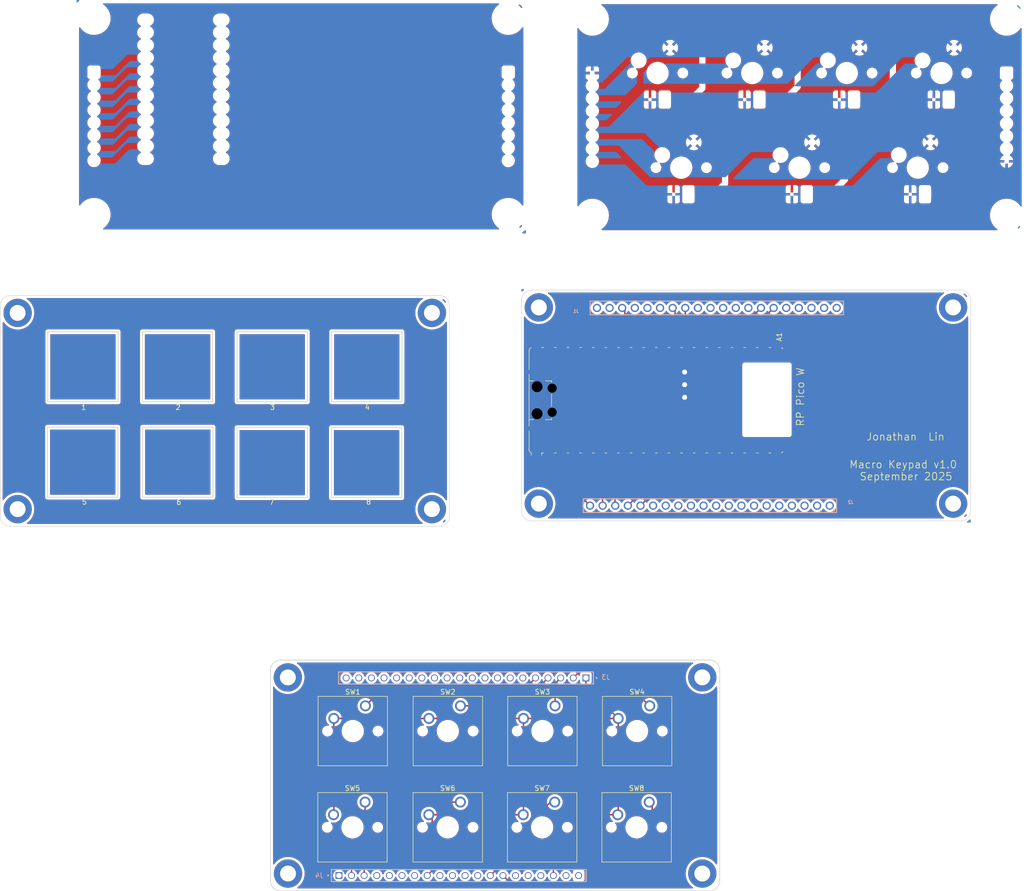
<source format=kicad_pcb>
(kicad_pcb (version 20241229) (generator "pcbnew") (generator_version "9.0")
  (layers (0 "F.Cu" signal) (2 "B.Cu" signal) (13 "F.Paste" user) (15 "B.Paste" user) (5 "F.SilkS" user "F.Silkscreen") (7 "B.SilkS" user "B.Silkscreen") (1 "F.Mask" user) (3 "B.Mask" user) (25 "Edge.Cuts" user))
  (net 0 "")
  (net 1 "/GND - SW and LEDs")
  (net 2 "GND")
  (net 3 "/sw1")
  (net 4 "/sw2")
  (net 5 "/sw3")
  (net 6 "/sw4")
  (net 7 "/sw5")
  (net 8 "/sw6")
  (net 9 "/sw7")
  (net 10 "/sw8")
  (footprint "MountingHole:MountingHole_3.2mm_M3_ISO7380_Pad_TopBottom" (layer "F.Cu") (at 80.85 149.08)
    (property "Reference" "REF**" (hide yes))
    (property "Value" "MountingHole_3.2mm_M3_ISO7380_Pad_TopBottom" (hide yes))
  )
  (footprint "Button_Switch_Keyboard:SW_Cherry_MX_1.00u_PCB" (layer "F.Cu") (at 134.58 174.18)
    (property "Reference" "SW7")
    (property "Value" "CherryMX" (hide yes))
  )
  (footprint "MountingHole:MountingHole_3.2mm_M3_ISO7380_Pad_TopBottom" (layer "F.Cu") (at 131.376 74.594)
    (property "Reference" "REF**" (hide yes))
    (property "Value" "MountingHole_3.2mm_M3_ISO7380_Pad_TopBottom" (hide yes))
  )
  (footprint "Button_Switch_Keyboard:SW_Cherry_MX_1.00u_PCB" (layer "F.Cu") (at 96.4 174.18)
    (property "Reference" "SW5")
    (property "Value" "CherryMX" (hide yes))
  )
  (footprint "MountingHole:MountingHole_3.2mm_M3_ISO7380_Pad_TopBottom" (layer "F.Cu") (at 109.851 75.7)
    (property "Reference" "REF**" (hide yes))
    (property "Value" "MountingHole_3.2mm_M3_ISO7380_Pad_TopBottom" (hide yes))
  )
  (footprint "Button_Switch_Keyboard:SW_Cherry_MX_1.00u_PCB" (layer "F.Cu") (at 153.7 154.8)
    (property "Reference" "SW4")
    (property "Value" "CherryMX" (hide yes))
  )
  (footprint "MountingHole:MountingHole_3.2mm_M3_ISO7380_Pad_TopBottom" (layer "F.Cu") (at 109.851 115.2)
    (property "Reference" "REF**" (hide yes))
    (property "Value" "MountingHole_3.2mm_M3_ISO7380_Pad_TopBottom" (hide yes))
  )
  (footprint "MountingHole:MountingHole_3.2mm_M3_ISO7380_Pad_TopBottom" (layer "F.Cu") (at 214.776 114.094)
    (property "Reference" "REF**" (hide yes))
    (property "Value" "MountingHole_3.2mm_M3_ISO7380_Pad_TopBottom" (hide yes))
  )
  (footprint "Button_Switch_Keyboard:SW_Cherry_MX_1.00u_PCB" (layer "F.Cu") (at 96.46 154.8)
    (property "Reference" "SW1")
    (property "Value" "CherryMX" (hide yes))
  )
  (footprint "Button_Switch_Keyboard:SW_Cherry_MX_1.00u_PCB" (layer "F.Cu") (at 115.6 154.8)
    (property "Reference" "SW2")
    (property "Value" "CherryMX" (hide yes))
  )
  (footprint "MountingHole:MountingHole_3.2mm_M3_ISO7380_Pad_TopBottom" (layer "F.Cu") (at 164.283 188.569)
    (property "Reference" "REF**" (hide yes))
    (property "Value" "MountingHole_3.2mm_M3_ISO7380_Pad_TopBottom" (hide yes))
  )
  (footprint "MountingHole:MountingHole_3.2mm_M3_ISO7380_Pad_TopBottom" (layer "F.Cu") (at 26.451 115.2)
    (property "Reference" "REF**" (hide yes))
    (property "Value" "MountingHole_3.2mm_M3_ISO7380_Pad_TopBottom" (hide yes))
  )
  (footprint "MountingHole:MountingHole_3.2mm_M3_ISO7380_Pad_TopBottom" (layer "F.Cu") (at 214.776 74.594)
    (property "Reference" "REF**" (hide yes))
    (property "Value" "MountingHole_3.2mm_M3_ISO7380_Pad_TopBottom" (hide yes))
  )
  (footprint "LOGO" (layer "F.Cu") (at 203.528466 87.814573)
    (property "Reference" "G***" (hide yes))
    (property "Value" "LOGO" (hide yes))
  )
  (footprint "MountingHole:MountingHole_3.2mm_M3_ISO7380_Pad_TopBottom" (layer "F.Cu") (at 26.451 75.7)
    (property "Reference" "REF**" (hide yes))
    (property "Value" "MountingHole_3.2mm_M3_ISO7380_Pad_TopBottom" (hide yes))
  )
  (footprint "MountingHole:MountingHole_3.2mm_M3_ISO7380_Pad_TopBottom" (layer "F.Cu") (at 131.376 114.094)
    (property "Reference" "REF**" (hide yes))
    (property "Value" "MountingHole_3.2mm_M3_ISO7380_Pad_TopBottom" (hide yes))
  )
  (footprint "Button_Switch_Keyboard:SW_Cherry_MX_1.00u_PCB" (layer "F.Cu") (at 115.58 174.18)
    (property "Reference" "SW6")
    (property "Value" "CherryMX" (hide yes))
  )
  (footprint "Button_Switch_Keyboard:SW_Cherry_MX_1.00u_PCB" (layer "F.Cu") (at 134.64 154.8)
    (property "Reference" "SW3")
    (property "Value" "CherryMX" (hide yes))
  )
  (footprint "MountingHole:MountingHole_3.2mm_M3_ISO7380_Pad_TopBottom" (layer "F.Cu") (at 164.283 149.069)
    (property "Reference" "REF**" (hide yes))
    (property "Value" "MountingHole_3.2mm_M3_ISO7380_Pad_TopBottom" (hide yes))
  )
  (footprint "Button_Switch_Keyboard:SW_Cherry_MX_1.00u_PCB" (layer "F.Cu") (at 153.6 174.18)
    (property "Reference" "SW8")
    (property "Value" "CherryMX" (hide yes))
  )
  (footprint "Module:RaspberryPi_Pico_W_SMD_HandSolder" (layer "F.Cu") (at 155.025 93.28 90)
    (property "Reference" "A1")
    (property "Value" "RaspberryPi_Pico_W")
  )
  (footprint "MountingHole:MountingHole_3.2mm_M3_ISO7380_Pad_TopBottom" (layer "F.Cu") (at 80.883 188.569)
    (property "Reference" "REF**" (hide yes))
    (property "Value" "MountingHole_3.2mm_M3_ISO7380_Pad_TopBottom" (hide yes))
  )
  (footprint "20_pin_female:SAMTEC_SSW-120-01-G-S-LL" (layer "B.Cu") (at 140.85 149.186 180)
    (property "Reference" "J3")
    (property "Value" "SSW-120-01-G-S-LL" (hide yes))
  )
  (footprint "20_pin_female:SAMTEC_SSW-120-01-G-S-LL" (layer "B.Cu") (at 91.13 188.97)
    (property "Reference" "J4")
    (property "Value" "SSW-120-01-G-S-LL" (hide yes))
  )
  (footprint "61302011121:61302011121" (layer "B.Cu") (at 167.21 74.7)
    (property "Reference" "J1")
    (property "Value" "conn" (hide yes))
  )
  (footprint "61302011121:61302011121" (layer "B.Cu") (at 165.81 114.5 180)
    (property "Reference" "J2")
    (property "Value" "6130XX11121_61302011121" (hide yes))
  )
  (gr_arc (start 216.268 71.094) (mid 217.704841 71.689159) (end 218.3 73.126) (stroke (width 0.1)) (layer "Edge.Cuts"))
  (gr_line (start 216.268 71.094) (end 129.908 71.094) (stroke (width 0.1)) (layer "Edge.Cuts"))
  (gr_arc (start 77.383 147.601) (mid 77.978159 146.164159) (end 79.415 145.569) (stroke (width 0.1)) (layer "Edge.Cuts"))
  (gr_line (start 127.876 73.126) (end 127.876 115.544) (stroke (width 0.1)) (layer "Edge.Cuts"))
  (gr_arc (start 111.343 72.2) (mid 112.779841 72.795159) (end 113.375 74.232) (stroke (width 0.1)) (layer "Edge.Cuts"))
  (gr_line (start 165.775 145.569) (end 79.415 145.569) (stroke (width 0.1)) (layer "Edge.Cuts"))
  (gr_arc (start 127.876 73.126) (mid 128.471159 71.689159) (end 129.908 71.094) (stroke (width 0.1)) (layer "Edge.Cuts"))
  (gr_line (start 129.908 117.576) (end 216.268 117.576) (stroke (width 0.1)) (layer "Edge.Cuts"))
  (gr_rect (start 70.625 79.5) (end 84.775 93.6) (stroke (width 0.15)) (fill no) (layer "Edge.Cuts"))
  (gr_arc (start 165.742 145.58) (mid 167.178841 146.175159) (end 167.774 147.612) (stroke (width 0.1)) (layer "Edge.Cuts"))
  (gr_line (start 79.382 192.062) (end 165.742 192.062) (stroke (width 0.1)) (layer "Edge.Cuts"))
  (gr_rect (start 32.525 79.5) (end 46.675 93.6) (stroke (width 0.15)) (fill no) (layer "Edge.Cuts"))
  (gr_line (start 167.807 190.019) (end 167.807 147.601) (stroke (width 0.1)) (layer "Edge.Cuts"))
  (gr_line (start 24.983 118.682) (end 111.343 118.682) (stroke (width 0.1)) (layer "Edge.Cuts"))
  (gr_line (start 111.36 72.2) (end 25 72.2) (stroke (width 0.1)) (layer "Edge.Cuts"))
  (gr_line (start 167.774 190.03) (end 167.774 147.612) (stroke (width 0.1)) (layer "Edge.Cuts"))
  (gr_arc (start 79.382 192.062) (mid 77.945159 191.466841) (end 77.35 190.03) (stroke (width 0.1)) (layer "Edge.Cuts"))
  (gr_line (start 77.35 147.612) (end 77.35 190.03) (stroke (width 0.1)) (layer "Edge.Cuts"))
  (gr_arc (start 24.983 118.682) (mid 23.546159 118.086841) (end 22.951 116.65) (stroke (width 0.1)) (layer "Edge.Cuts"))
  (gr_arc (start 218.3 115.544) (mid 217.704841 116.980841) (end 216.268 117.576) (stroke (width 0.1)) (layer "Edge.Cuts"))
  (gr_arc (start 77.35 147.612) (mid 77.945159 146.175159) (end 79.382 145.58) (stroke (width 0.1)) (layer "Edge.Cuts"))
  (gr_rect (start 70.625 98.8) (end 84.775 112.9) (stroke (width 0.15)) (fill no) (layer "Edge.Cuts"))
  (gr_arc (start 167.807 190.019) (mid 167.211841 191.45584) (end 165.775 192.051) (stroke (width 0.1)) (layer "Edge.Cuts"))
  (gr_rect (start 89.675 79.5) (end 103.825 93.6) (stroke (width 0.15)) (fill no) (layer "Edge.Cuts"))
  (gr_arc (start 167.774 190.03) (mid 167.178841 191.466841) (end 165.742 192.062) (stroke (width 0.1)) (layer "Edge.Cuts"))
  (gr_arc (start 113.375 116.65) (mid 112.779841 118.086841) (end 111.343 118.682) (stroke (width 0.1)) (layer "Edge.Cuts"))
  (gr_line (start 79.415 192.051) (end 165.775 192.051) (stroke (width 0.1)) (layer "Edge.Cuts"))
  (gr_arc (start 165.775 145.569) (mid 167.21184 146.164159) (end 167.807 147.601) (stroke (width 0.1)) (layer "Edge.Cuts"))
  (gr_rect (start 51.625 98.7) (end 65.775 112.8) (stroke (width 0.15)) (fill no) (layer "Edge.Cuts"))
  (gr_rect (start 89.625 98.8) (end 103.775 112.9) (stroke (width 0.15)) (fill no) (layer "Edge.Cuts"))
  (gr_line (start 113.375 116.65) (end 113.375 74.232) (stroke (width 0.1)) (layer "Edge.Cuts"))
  (gr_arc (start 129.908 117.576) (mid 128.471159 116.980841) (end 127.876 115.544) (stroke (width 0.1)) (layer "Edge.Cuts"))
  (gr_arc (start 79.415 192.051) (mid 77.978159 191.455841) (end 77.383 190.019) (stroke (width 0.1)) (layer "Edge.Cuts"))
  (gr_line (start 218.3 115.544) (end 218.3 73.126) (stroke (width 0.1)) (layer "Edge.Cuts"))
  (gr_line (start 22.951 74.232) (end 22.951 116.65) (stroke (width 0.1)) (layer "Edge.Cuts"))
  (gr_rect (start 51.575 79.5) (end 65.725 93.6) (stroke (width 0.15)) (fill no) (layer "Edge.Cuts"))
  (gr_rect (start 32.475 98.7) (end 46.625 112.8) (stroke (width 0.15)) (fill no) (layer "Edge.Cuts"))
  (gr_line (start 165.742 145.58) (end 79.382 145.58) (stroke (width 0.1)) (layer "Edge.Cuts"))
  (gr_arc (start 22.951 74.232) (mid 23.546159 72.795159) (end 24.983 72.2) (stroke (width 0.1)) (layer "Edge.Cuts"))
  (gr_line (start 77.383 147.601) (end 77.383 190.019) (stroke (width 0.1)) (layer "Edge.Cuts"))
  (gr_text "3" (at 77.175 95.3 0) (layer "F.SilkS") (effects (font (size 1 1)) (justify left bottom)))
  (gr_text "1" (at 39.175 95.3 0) (layer "F.SilkS") (effects (font (size 1 1)) (justify left bottom)))
  (gr_text "5" (at 39.325 114.35 0) (layer "F.SilkS") (effects (font (size 1 1)) (justify left bottom)))
  (gr_text "6" (at 58.325 114.4 0) (layer "F.SilkS") (effects (font (size 1 1)) (justify left bottom)))
  (gr_text "RP Pico W\n" (at 184.9 92.6 90) (layer "F.SilkS") (effects (font (size 1.5 1.5)) (justify bottom)))
  (gr_text "Jonathan  Lin" (at 205.2 101.5 0) (layer "F.SilkS") (effects (font (size 1.5 1.5)) (justify bottom)))
  (gr_text "4" (at 96.275 95.3 0) (layer "F.SilkS") (effects (font (size 1 1)) (justify left bottom)))
  (gr_text "7" (at 77.025 114.4 0) (layer "F.SilkS") (effects (font (size 1 1)) (justify left bottom)))
  (gr_text "2" (at 58.175 95.3 0) (layer "F.SilkS") (effects (font (size 1 1)) (justify left bottom)))
  (gr_text "Macro Keypad v1.0 \nSeptember 2025" (at 205.3 109.5 0) (layer "F.SilkS") (effects (font (size 1.5 1.5)) (justify bottom)))
  (gr_text "8\n" (at 96.525 114.35 0) (layer "F.SilkS") (effects (font (size 1 1)) (justify left bottom)))
  (segment (start 109.23 176.72) (end 128.23 176.72) (width 0.3) (layer "F.Cu") (net 2))
  (segment (start 140.85 149.186) (end 140.85 150.84) (width 0.3) (layer "F.Cu") (net 2))
  (segment (start 109.25 157.34) (end 128.29 157.34) (width 0.3) (layer "F.Cu") (net 2))
  (segment (start 140.85 150.84) (end 147.35 157.34) (width 0.3) (layer "F.Cu") (net 2))
  (segment (start 109.23 176.72) (end 109.9 177.39) (width 0.3) (layer "F.Cu") (net 2))
  (segment (start 148.7 83.565) (end 148.675 83.59) (width 0.3) (layer "F.Cu") (net 2))
  (segment (start 135.975 108.795) (end 141.68 114.5) (width 0.3) (layer "F.Cu") (net 2))
  (segment (start 109.9 187.98) (end 108.91 188.97) (width 0.3) (layer "F.Cu") (net 2))
  (segment (start 109.9 177.39) (end 109.9 187.98) (width 0.3) (layer "F.Cu") (net 2))
  (segment (start 148.7 75.24) (end 148.7 83.565) (width 0.3) (layer "F.Cu") (net 2))
  (segment (start 147.35 176.62) (end 147.35 157.34) (width 0.3) (layer "F.Cu") (net 2))
  (segment (start 128.23 176.72) (end 128.29 176.66) (width 0.3) (layer "F.Cu") (net 2))
  (segment (start 90.11 176.66) (end 90.11 157.34) (width 0.3) (layer "F.Cu") (net 2))
  (segment (start 90.11 157.34) (end 109.25 157.34) (width 0.3) (layer "F.Cu") (net 2))
  (segment (start 134.31 188.97) (end 134.31 186.19) (width 0.3) (layer "F.Cu") (net 2))
  (segment (start 143.78 176.72) (end 147.25 176.72) (width 0.3) (layer "F.Cu") (net 2))
  (segment (start 90.05 176.72) (end 90.11 176.66) (width 0.3) (layer "F.Cu") (net 2))
  (segment (start 128.29 176.66) (end 128.29 157.34) (width 0.3) (layer "F.Cu") (net 2))
  (segment (start 128.29 157.34) (end 147.35 157.34) (width 0.3) (layer "F.Cu") (net 2))
  (segment (start 147.25 176.72) (end 147.35 176.62) (width 0.3) (layer "F.Cu") (net 2))
  (segment (start 148.16 74.7) (end 148.7 75.24) (width 0.3) (layer "F.Cu") (net 2))
  (segment (start 135.975 102.97) (end 135.975 108.795) (width 0.3) (layer "F.Cu") (net 2))
  (segment (start 134.31 186.19) (end 143.78 176.72) (width 0.3) (layer "F.Cu") (net 2))
  (segment (start 127.06 152.83) (end 130.69 149.2) (width 0.3) (layer "F.Cu") (net 3))
  (segment (start 153.755 112.585) (end 151.84 114.5) (width 0.3) (layer "F.Cu") (net 3))
  (segment (start 130.69 149.2) (end 130.69 149.186) (width 0.3) (layer "F.Cu") (net 3))
  (segment (start 153.755 102.97) (end 153.755 112.585) (width 0.3) (layer "F.Cu") (net 3))
  (segment (start 96.46 154.8) (end 98.43 152.83) (width 0.3) (layer "F.Cu") (net 3))
  (segment (start 98.43 152.83) (end 127.06 152.83) (width 0.3) (layer "F.Cu") (net 3))
  (segment (start 127.61 154.8) (end 133.224 149.186) (width 0.3) (layer "F.Cu") (net 4))
  (segment (start 133.224 149.186) (end 133.23 149.186) (width 0.3) (layer "F.Cu") (net 4))
  (segment (start 115.6 154.8) (end 127.61 154.8) (width 0.3) (layer "F.Cu") (net 4))
  (segment (start 151.215 112.585) (end 149.3 114.5) (width 0.3) (layer "F.Cu") (net 4))
  (segment (start 151.215 102.97) (end 151.215 112.585) (width 0.3) (layer "F.Cu") (net 4))
  (segment (start 134.65 150.306) (end 135.77 149.186) (width 0.3) (layer "F.Cu") (net 5))
  (segment (start 134.64 154.8) (end 134.65 154.79) (width 0.3) (layer "F.Cu") (net 5))
  (segment (start 146.7 114.44) (end 146.76 114.5) (width 0.3) (layer "F.Cu") (net 5))
  (segment (start 146.7 103.535) (end 146.7 114.44) (width 0.3) (layer "F.Cu") (net 5))
  (segment (start 146.135 102.97) (end 146.7 103.535) (width 0.3) (layer "F.Cu") (net 5))
  (segment (start 134.65 154.79) (end 134.65 150.306) (width 0.3) (layer "F.Cu") (net 5))
  (segment (start 146.75 147.9) (end 153.65 154.8) (width 0.3) (layer "F.Cu") (net 6))
  (segment (start 144.2 114.48) (end 144.22 114.5) (width 0.3) (layer "F.Cu") (net 6))
  (segment (start 143.595 102.97) (end 144.2 103.575) (width 0.3) (layer "F.Cu") (net 6))
  (segment (start 153.65 154.8) (end 153.7 154.8) (width 0.3) (layer "F.Cu") (net 6))
  (segment (start 138.31 149.17) (end 139.58 147.9) (width 0.3) (layer "F.Cu") (net 6))
  (segment (start 139.58 147.9) (end 146.75 147.9) (width 0.3) (layer "F.Cu") (net 6))
  (segment (start 138.31 149.186) (end 138.31 149.17) (width 0.3) (layer "F.Cu") (net 6))
  (segment (start 144.2 103.575) (end 144.2 114.48) (width 0.3) (layer "F.Cu") (net 6))
  (segment (start 96.4 180.7) (end 93.67 183.43) (width 0.3) (layer "F.Cu") (net 7))
  (segment (start 93.67 183.43) (end 93.67 188.97) (width 0.3) (layer "F.Cu") (net 7))
  (segment (start 176.6 83.575) (end 176.615 83.59) (width 0.3) (layer "F.Cu") (net 7))
  (segment (start 178.64 74.7) (end 176.6 76.74) (width 0.3) (layer "F.Cu") (net 7))
  (segment (start 176.6 76.74) (end 176.6 83.575) (width 0.3) (layer "F.Cu") (net 7))
  (segment (start 96.4 174.18) (end 96.4 180.7) (width 0.3) (layer "F.Cu") (net 7))
  (segment (start 115.58 174.18) (end 109.168521 174.18) (width 0.3) (layer "F.Cu") (net 8))
  (segment (start 109.168521 174.18) (end 96.21 187.13852) (width 0.3) (layer "F.Cu") (net 8))
  (segment (start 171.535 83.59) (end 171.535 79.265) (width 0.3) (layer "F.Cu") (net 8))
  (segment (start 96.21 187.13852) (end 96.21 188.97) (width 0.3) (layer "F.Cu") (net 8))
  (segment (start 171.535 79.265) (end 176.1 74.7) (width 0.3) (layer "F.Cu") (net 8))
  (segment (start 163.915 80.115) (end 163.915 83.59) (width 0.3) (layer "F.Cu") (net 9))
  (segment (start 129.639 180.941) (end 129.639 178.265473) (width 0.3) (layer "F.Cu") (net 9))
  (segment (start 160.86 77.06) (end 163.915 80.115) (width 0.3) (layer "F.Cu") (net 9))
  (segment (start 129.639 178.265473) (end 133.724473 174.18) (width 0.3) (layer "F.Cu") (net 9))
  (segment (start 133.724473 174.18) (end 134.58 174.18) (width 0.3) (layer "F.Cu") (net 9))
  (segment (start 121.61 188.97) (end 129.639 180.941) (width 0.3) (layer "F.Cu") (net 9))
  (segment (start 160.86 74.7) (end 160.86 77.06) (width 0.3) (layer "F.Cu") (net 9))
  (segment (start 154.2 174.78) (end 153.6 174.18) (width 0.3) (layer "F.Cu") (net 10))
  (segment (start 158.8 75.18) (end 158.8 83.555) (width 0.3) (layer "F.Cu") (net 10))
  (segment (start 124.15 188.97) (end 126.28 191.1) (width 0.3) (layer "F.Cu") (net 10))
  (segment (start 158.32 74.7) (end 158.8 75.18) (width 0.3) (layer "F.Cu") (net 10))
  (segment (start 154.2 181.8) (end 154.2 174.78) (width 0.3) (layer "F.Cu") (net 10))
  (segment (start 144.9 191.1) (end 154.2 181.8) (width 0.3) (layer "F.Cu") (net 10))
  (segment (start 158.8 83.555) (end 158.835 83.59) (width 0.3) (layer "F.Cu") (net 10))
  (segment (start 126.28 191.1) (end 144.9 191.1) (width 0.3) (layer "F.Cu") (net 10))
  (zone (net 1) (net_name "/GND - SW and LEDs") (layer "F.Cu") (priority 3) (connect_pads (clearance 0.5)) (min_thickness 0.25) (fill yes (thermal_gap 0.5) (thermal_bridge_width 0.5))
    (polygon (pts (xy 138.644 13.056) (xy 138.644 59.538) (xy 229.068 59.538) (xy 229.068 13.056)))
  )
  (zone (net 1) (net_name "/GND - SW and LEDs") (layer "F.Cu") (priority 3) (connect_pads (clearance 0.5)) (min_thickness 0.25) (fill yes (thermal_gap 0.5) (thermal_bridge_width 0.5))
    (polygon (pts (xy 77.383 145.569) (xy 77.383 192.051) (xy 167.807 192.051) (xy 167.807 145.569)))
  )
  (zone (net 1) (net_name "/GND - SW and LEDs") (layer "F.Cu") (priority 4) (connect_pads (clearance 0.5)) (min_thickness 0.25) (fill yes (thermal_gap 0.5) (thermal_bridge_width 0.5) (island_removal_mode 1) (island_area_min 10))
    (polygon (pts (xy 127.876 70.91) (xy 127.876 117.646) (xy 218.3 117.9) (xy 218.3 71.164)))
  )
  (zone (net 0) (net_name "") (layer "F.Cu") (priority 5) (connect_pads (clearance 0.5)) (min_thickness 0.25) (fill yes (thermal_gap 0.5) (thermal_bridge_width 0.5) (island_removal_mode 1) (island_area_min 10))
    (polygon (pts (xy 22.959 72.2) (xy 22.959 118.682) (xy 113.383 118.682) (xy 113.383 72.2)))
  )
  (zone (net 1) (net_name "/GND - SW and LEDs") (layer "F.Cu") (priority 4) (connect_pads (clearance 0.5)) (min_thickness 0.25) (fill yes (thermal_gap 0.5) (thermal_bridge_width 0.5) (island_removal_mode 1) (island_area_min 10))
    (polygon (pts (xy 38.323 12.707) (xy 38.323 59.443) (xy 128.747 59.697) (xy 128.747 12.961)))
  )
  (zone (net 1) (net_name "/GND - SW and LEDs") (layer "B.Cu") (connect_pads (clearance 0.5)) (min_thickness 0.25) (fill yes (thermal_gap 0.5) (thermal_bridge_width 0.5) (island_removal_mode 1) (island_area_min 10))
    (polygon (pts (xy 138.644 13.056) (xy 138.644 59.538) (xy 229.068 59.538) (xy 229.068 13.056)))
  )
  (zone (net 1) (net_name "/GND - SW and LEDs") (layer "B.Cu") (priority 1) (connect_pads (clearance 0.5)) (min_thickness 0.25) (fill yes (thermal_gap 0.5) (thermal_bridge_width 0.5) (island_removal_mode 1) (island_area_min 10))
    (polygon (pts (xy 38.323 12.707) (xy 38.323 59.443) (xy 128.747 59.697) (xy 128.747 12.961)))
  )
  (zone (net 0) (net_name "") (layer "B.Cu") (priority 2) (connect_pads (clearance 0.5)) (min_thickness 0.25) (fill yes (thermal_gap 0.5) (thermal_bridge_width 0.5) (island_removal_mode 1) (island_area_min 10))
    (polygon (pts (xy 22.959 72.2) (xy 22.959 118.682) (xy 113.383 118.682) (xy 113.383 72.2)))
  )
  (zone (net 1) (net_name "/GND - SW and LEDs") (layer "B.Cu") (priority 1) (connect_pads (clearance 0.5)) (min_thickness 0.25) (fill yes (thermal_gap 0.5) (thermal_bridge_width 0.5) (island_removal_mode 1) (island_area_min 10))
    (polygon (pts (xy 127.876 70.91) (xy 127.876 117.646) (xy 218.3 117.9) (xy 218.3 71.164)))
  )
  (zone (net 1) (net_name "/GND - SW and LEDs") (layer "B.Cu") (connect_pads (clearance 0.5)) (min_thickness 0.25) (fill yes (thermal_gap 0.5) (thermal_bridge_width 0.5) (island_removal_mode 1) (island_area_min 10))
    (polygon (pts (xy 77.383 145.569) (xy 77.383 192.051) (xy 167.807 192.051) (xy 167.807 145.569)))
  )
)
</source>
